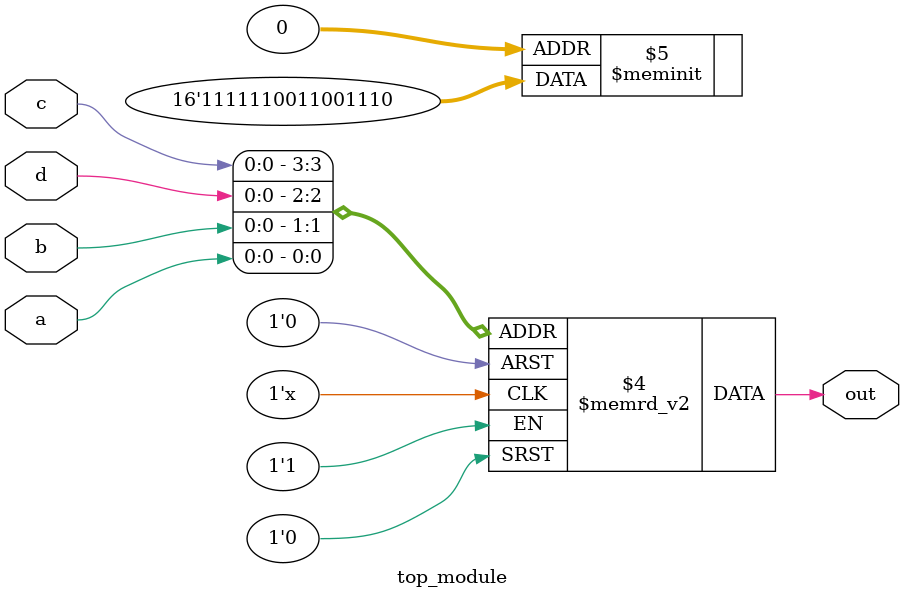
<source format=sv>
module top_module (
	input a, 
	input b,
	input c,
	input d,
	output reg out
);

always @(*) begin
	case ({c, d, b, a})
		4'b0001, 4'b0010, 4'b0011, 4'b0110, 4'b0111, 4'b1010, 4'b1011, 4'b1100, 4'b1101, 4'b1110, 4'b1111: out = 1;
		default: out = 0;
	endcase
end

endmodule

</source>
